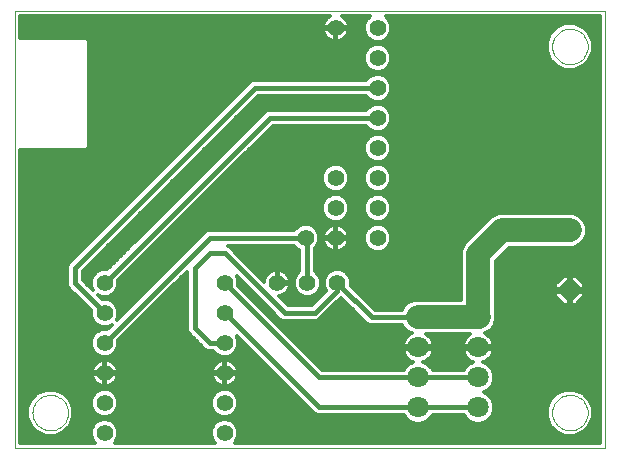
<source format=gtl>
G75*
%MOIN*%
%OFA0B0*%
%FSLAX24Y24*%
%IPPOS*%
%LPD*%
%AMOC8*
5,1,8,0,0,1.08239X$1,22.5*
%
%ADD10C,0.0000*%
%ADD11C,0.0555*%
%ADD12C,0.0712*%
%ADD13OC8,0.0640*%
%ADD14C,0.0120*%
%ADD15C,0.0160*%
%ADD16C,0.0787*%
D10*
X001200Y000160D02*
X001200Y014727D01*
X020885Y014727D01*
X020885Y000160D01*
X001200Y000160D01*
X001790Y001341D02*
X001792Y001389D01*
X001798Y001437D01*
X001808Y001484D01*
X001821Y001530D01*
X001839Y001575D01*
X001859Y001619D01*
X001884Y001661D01*
X001912Y001700D01*
X001942Y001737D01*
X001976Y001771D01*
X002013Y001803D01*
X002051Y001832D01*
X002092Y001857D01*
X002135Y001879D01*
X002180Y001897D01*
X002226Y001911D01*
X002273Y001922D01*
X002321Y001929D01*
X002369Y001932D01*
X002417Y001931D01*
X002465Y001926D01*
X002513Y001917D01*
X002559Y001905D01*
X002604Y001888D01*
X002648Y001868D01*
X002690Y001845D01*
X002730Y001818D01*
X002768Y001788D01*
X002803Y001755D01*
X002835Y001719D01*
X002865Y001681D01*
X002891Y001640D01*
X002913Y001597D01*
X002933Y001553D01*
X002948Y001508D01*
X002960Y001461D01*
X002968Y001413D01*
X002972Y001365D01*
X002972Y001317D01*
X002968Y001269D01*
X002960Y001221D01*
X002948Y001174D01*
X002933Y001129D01*
X002913Y001085D01*
X002891Y001042D01*
X002865Y001001D01*
X002835Y000963D01*
X002803Y000927D01*
X002768Y000894D01*
X002730Y000864D01*
X002690Y000837D01*
X002648Y000814D01*
X002604Y000794D01*
X002559Y000777D01*
X002513Y000765D01*
X002465Y000756D01*
X002417Y000751D01*
X002369Y000750D01*
X002321Y000753D01*
X002273Y000760D01*
X002226Y000771D01*
X002180Y000785D01*
X002135Y000803D01*
X002092Y000825D01*
X002051Y000850D01*
X002013Y000879D01*
X001976Y000911D01*
X001942Y000945D01*
X001912Y000982D01*
X001884Y001021D01*
X001859Y001063D01*
X001839Y001107D01*
X001821Y001152D01*
X001808Y001198D01*
X001798Y001245D01*
X001792Y001293D01*
X001790Y001341D01*
X019113Y001341D02*
X019115Y001389D01*
X019121Y001437D01*
X019131Y001484D01*
X019144Y001530D01*
X019162Y001575D01*
X019182Y001619D01*
X019207Y001661D01*
X019235Y001700D01*
X019265Y001737D01*
X019299Y001771D01*
X019336Y001803D01*
X019374Y001832D01*
X019415Y001857D01*
X019458Y001879D01*
X019503Y001897D01*
X019549Y001911D01*
X019596Y001922D01*
X019644Y001929D01*
X019692Y001932D01*
X019740Y001931D01*
X019788Y001926D01*
X019836Y001917D01*
X019882Y001905D01*
X019927Y001888D01*
X019971Y001868D01*
X020013Y001845D01*
X020053Y001818D01*
X020091Y001788D01*
X020126Y001755D01*
X020158Y001719D01*
X020188Y001681D01*
X020214Y001640D01*
X020236Y001597D01*
X020256Y001553D01*
X020271Y001508D01*
X020283Y001461D01*
X020291Y001413D01*
X020295Y001365D01*
X020295Y001317D01*
X020291Y001269D01*
X020283Y001221D01*
X020271Y001174D01*
X020256Y001129D01*
X020236Y001085D01*
X020214Y001042D01*
X020188Y001001D01*
X020158Y000963D01*
X020126Y000927D01*
X020091Y000894D01*
X020053Y000864D01*
X020013Y000837D01*
X019971Y000814D01*
X019927Y000794D01*
X019882Y000777D01*
X019836Y000765D01*
X019788Y000756D01*
X019740Y000751D01*
X019692Y000750D01*
X019644Y000753D01*
X019596Y000760D01*
X019549Y000771D01*
X019503Y000785D01*
X019458Y000803D01*
X019415Y000825D01*
X019374Y000850D01*
X019336Y000879D01*
X019299Y000911D01*
X019265Y000945D01*
X019235Y000982D01*
X019207Y001021D01*
X019182Y001063D01*
X019162Y001107D01*
X019144Y001152D01*
X019131Y001198D01*
X019121Y001245D01*
X019115Y001293D01*
X019113Y001341D01*
X019113Y013546D02*
X019115Y013594D01*
X019121Y013642D01*
X019131Y013689D01*
X019144Y013735D01*
X019162Y013780D01*
X019182Y013824D01*
X019207Y013866D01*
X019235Y013905D01*
X019265Y013942D01*
X019299Y013976D01*
X019336Y014008D01*
X019374Y014037D01*
X019415Y014062D01*
X019458Y014084D01*
X019503Y014102D01*
X019549Y014116D01*
X019596Y014127D01*
X019644Y014134D01*
X019692Y014137D01*
X019740Y014136D01*
X019788Y014131D01*
X019836Y014122D01*
X019882Y014110D01*
X019927Y014093D01*
X019971Y014073D01*
X020013Y014050D01*
X020053Y014023D01*
X020091Y013993D01*
X020126Y013960D01*
X020158Y013924D01*
X020188Y013886D01*
X020214Y013845D01*
X020236Y013802D01*
X020256Y013758D01*
X020271Y013713D01*
X020283Y013666D01*
X020291Y013618D01*
X020295Y013570D01*
X020295Y013522D01*
X020291Y013474D01*
X020283Y013426D01*
X020271Y013379D01*
X020256Y013334D01*
X020236Y013290D01*
X020214Y013247D01*
X020188Y013206D01*
X020158Y013168D01*
X020126Y013132D01*
X020091Y013099D01*
X020053Y013069D01*
X020013Y013042D01*
X019971Y013019D01*
X019927Y012999D01*
X019882Y012982D01*
X019836Y012970D01*
X019788Y012961D01*
X019740Y012956D01*
X019692Y012955D01*
X019644Y012958D01*
X019596Y012965D01*
X019549Y012976D01*
X019503Y012990D01*
X019458Y013008D01*
X019415Y013030D01*
X019374Y013055D01*
X019336Y013084D01*
X019299Y013116D01*
X019265Y013150D01*
X019235Y013187D01*
X019207Y013226D01*
X019182Y013268D01*
X019162Y013312D01*
X019144Y013357D01*
X019131Y013403D01*
X019121Y013450D01*
X019115Y013498D01*
X019113Y013546D01*
D11*
X013300Y013160D03*
X013300Y012160D03*
X013300Y011160D03*
X013300Y010160D03*
X013300Y009160D03*
X013300Y008160D03*
X013300Y007160D03*
X011900Y007160D03*
X010900Y007160D03*
X011900Y008160D03*
X011900Y009160D03*
X011950Y005660D03*
X010950Y005660D03*
X009950Y005660D03*
X008200Y005660D03*
X008200Y004660D03*
X008200Y003660D03*
X008200Y002660D03*
X008200Y001660D03*
X008200Y000660D03*
X004200Y000660D03*
X004200Y001660D03*
X004200Y002660D03*
X004200Y003660D03*
X004200Y004660D03*
X004200Y005660D03*
X011900Y014160D03*
X013300Y014160D03*
D12*
X014653Y004514D03*
X014653Y003514D03*
X014653Y002514D03*
X014653Y001514D03*
X016653Y001514D03*
X016653Y002514D03*
X016653Y003514D03*
X016653Y004514D03*
D13*
X019700Y005416D03*
X019700Y007416D03*
D14*
X020128Y007033D02*
X020705Y007033D01*
X020705Y006915D02*
X019989Y006915D01*
X020025Y006930D02*
X019814Y006842D01*
X017678Y006842D01*
X017226Y006391D01*
X017226Y004692D01*
X017246Y004644D01*
X017246Y004416D01*
X017159Y004205D01*
X016997Y004044D01*
X016991Y004041D01*
X016978Y004028D01*
X016870Y003983D01*
X016923Y003956D01*
X016989Y003908D01*
X017047Y003851D01*
X017094Y003785D01*
X017131Y003712D01*
X017156Y003635D01*
X017166Y003572D01*
X016711Y003572D01*
X016711Y003456D01*
X017166Y003456D01*
X017156Y003393D01*
X017131Y003316D01*
X017094Y003244D01*
X017047Y003178D01*
X016989Y003121D01*
X016923Y003073D01*
X016851Y003036D01*
X016819Y003026D01*
X016956Y002969D01*
X017107Y002818D01*
X017189Y002621D01*
X017189Y002408D01*
X017107Y002211D01*
X016956Y002060D01*
X016847Y002014D01*
X016956Y001969D01*
X017107Y001818D01*
X017189Y001621D01*
X017189Y001408D01*
X017107Y001211D01*
X016956Y001060D01*
X016759Y000978D01*
X016546Y000978D01*
X016349Y001060D01*
X016198Y001211D01*
X016180Y001254D01*
X015125Y001254D01*
X015107Y001211D01*
X014956Y001060D01*
X014759Y000978D01*
X014546Y000978D01*
X014349Y001060D01*
X014198Y001211D01*
X014180Y001254D01*
X011294Y001254D01*
X011198Y001294D01*
X011125Y001367D01*
X011125Y001367D01*
X008598Y003894D01*
X008657Y003751D01*
X008657Y003569D01*
X008588Y003401D01*
X008459Y003272D01*
X008291Y003203D01*
X008109Y003203D01*
X007941Y003272D01*
X007813Y003400D01*
X007648Y003400D01*
X007553Y003440D01*
X007053Y003940D01*
X006980Y004013D01*
X006940Y004108D01*
X006940Y006032D01*
X004657Y003750D01*
X004657Y003569D01*
X004588Y003401D01*
X004459Y003272D01*
X004291Y003203D01*
X004109Y003203D01*
X003941Y003272D01*
X003812Y003401D01*
X003743Y003569D01*
X003743Y003751D01*
X003812Y003919D01*
X003941Y004048D01*
X004109Y004117D01*
X004290Y004117D01*
X004434Y004262D01*
X004291Y004203D01*
X004109Y004203D01*
X003941Y004272D01*
X003812Y004401D01*
X003743Y004569D01*
X003743Y004750D01*
X003053Y005440D01*
X002980Y005513D01*
X002940Y005608D01*
X002940Y006212D01*
X002980Y006307D01*
X008980Y012307D01*
X009053Y012380D01*
X009148Y012420D01*
X012913Y012420D01*
X013041Y012548D01*
X013209Y012617D01*
X013391Y012617D01*
X013559Y012548D01*
X013688Y012419D01*
X013757Y012251D01*
X013757Y012069D01*
X013688Y011901D01*
X013559Y011772D01*
X013391Y011703D01*
X013209Y011703D01*
X013041Y011772D01*
X012913Y011900D01*
X009308Y011900D01*
X003460Y006052D01*
X003460Y005768D01*
X003802Y005426D01*
X003743Y005569D01*
X003743Y005751D01*
X003812Y005919D01*
X003941Y006048D01*
X004109Y006117D01*
X004290Y006117D01*
X009480Y011307D01*
X009553Y011380D01*
X009648Y011420D01*
X012913Y011420D01*
X013041Y011548D01*
X013209Y011617D01*
X013391Y011617D01*
X013559Y011548D01*
X013688Y011419D01*
X013757Y011251D01*
X013757Y011069D01*
X013688Y010901D01*
X013559Y010772D01*
X013391Y010703D01*
X013209Y010703D01*
X013041Y010772D01*
X012913Y010900D01*
X009808Y010900D01*
X004657Y005750D01*
X004657Y005569D01*
X004588Y005401D01*
X004459Y005272D01*
X004291Y005203D01*
X004109Y005203D01*
X003966Y005262D01*
X004110Y005117D01*
X004291Y005117D01*
X004459Y005048D01*
X004588Y004919D01*
X004657Y004751D01*
X004657Y004569D01*
X004598Y004426D01*
X007480Y007307D01*
X007553Y007380D01*
X007648Y007420D01*
X010513Y007420D01*
X010641Y007548D01*
X010809Y007617D01*
X010991Y007617D01*
X011159Y007548D01*
X011288Y007419D01*
X011357Y007251D01*
X011357Y007069D01*
X011288Y006901D01*
X011210Y006823D01*
X011210Y006047D01*
X011338Y005919D01*
X011407Y005751D01*
X011407Y005569D01*
X011338Y005401D01*
X011209Y005272D01*
X011041Y005203D01*
X010859Y005203D01*
X010691Y005272D01*
X010562Y005401D01*
X010493Y005569D01*
X010493Y005751D01*
X010562Y005919D01*
X010690Y006047D01*
X010690Y006752D01*
X010641Y006772D01*
X010513Y006900D01*
X008300Y006900D01*
X008347Y006880D01*
X009515Y005712D01*
X009523Y005762D01*
X009545Y005828D01*
X009576Y005889D01*
X009616Y005945D01*
X009665Y005994D01*
X009721Y006034D01*
X009782Y006065D01*
X009848Y006087D01*
X009916Y006097D01*
X009931Y006097D01*
X009931Y005679D01*
X009969Y005679D01*
X009969Y006097D01*
X009984Y006097D01*
X010052Y006087D01*
X010118Y006065D01*
X010179Y006034D01*
X010235Y005994D01*
X010284Y005945D01*
X010324Y005889D01*
X010355Y005828D01*
X010377Y005762D01*
X010387Y005694D01*
X010387Y005679D01*
X009969Y005679D01*
X009969Y005641D01*
X010387Y005641D01*
X010387Y005626D01*
X010377Y005558D01*
X010355Y005492D01*
X010324Y005431D01*
X010284Y005375D01*
X010235Y005326D01*
X010179Y005286D01*
X010118Y005255D01*
X010052Y005233D01*
X010002Y005225D01*
X010308Y004920D01*
X011092Y004920D01*
X011568Y005395D01*
X011562Y005401D01*
X011493Y005569D01*
X011493Y005751D01*
X011562Y005919D01*
X011691Y006048D01*
X011859Y006117D01*
X012041Y006117D01*
X012209Y006048D01*
X012338Y005919D01*
X012407Y005751D01*
X012407Y005570D01*
X013203Y004774D01*
X014105Y004774D01*
X014139Y004855D01*
X014300Y005016D01*
X014511Y005104D01*
X016079Y005104D01*
X016079Y006743D01*
X016166Y006953D01*
X016328Y007115D01*
X017115Y007902D01*
X017326Y007990D01*
X019814Y007990D01*
X020025Y007902D01*
X020186Y007741D01*
X020274Y007530D01*
X020274Y007302D01*
X020186Y007091D01*
X020025Y006930D01*
X020211Y007152D02*
X020705Y007152D01*
X020705Y007270D02*
X020261Y007270D01*
X020274Y007389D02*
X020705Y007389D01*
X020705Y007507D02*
X020274Y007507D01*
X020234Y007626D02*
X020705Y007626D01*
X020705Y007744D02*
X020183Y007744D01*
X020065Y007863D02*
X020705Y007863D01*
X020705Y007981D02*
X019835Y007981D01*
X020705Y008100D02*
X013757Y008100D01*
X013757Y008069D02*
X013688Y007901D01*
X013559Y007772D01*
X013391Y007703D01*
X013209Y007703D01*
X013041Y007772D01*
X012912Y007901D01*
X012843Y008069D01*
X012843Y008251D01*
X012912Y008419D01*
X013041Y008548D01*
X013209Y008617D01*
X013391Y008617D01*
X013559Y008548D01*
X013688Y008419D01*
X013757Y008251D01*
X013757Y008069D01*
X013721Y007981D02*
X017305Y007981D01*
X017075Y007863D02*
X013649Y007863D01*
X013491Y007744D02*
X016957Y007744D01*
X016838Y007626D02*
X006533Y007626D01*
X006652Y007744D02*
X011709Y007744D01*
X011641Y007772D02*
X011809Y007703D01*
X011991Y007703D01*
X012159Y007772D01*
X012288Y007901D01*
X012357Y008069D01*
X012357Y008251D01*
X012288Y008419D01*
X012159Y008548D01*
X011991Y008617D01*
X011809Y008617D01*
X011641Y008548D01*
X011512Y008419D01*
X011443Y008251D01*
X011443Y008069D01*
X011512Y007901D01*
X011641Y007772D01*
X011551Y007863D02*
X006770Y007863D01*
X006889Y007981D02*
X011479Y007981D01*
X011443Y008100D02*
X007007Y008100D01*
X007126Y008218D02*
X011443Y008218D01*
X011478Y008337D02*
X007244Y008337D01*
X007363Y008455D02*
X011548Y008455D01*
X011703Y008574D02*
X007481Y008574D01*
X007600Y008692D02*
X020705Y008692D01*
X020705Y008574D02*
X013497Y008574D01*
X013391Y008703D02*
X013559Y008772D01*
X013688Y008901D01*
X013757Y009069D01*
X013757Y009251D01*
X013688Y009419D01*
X013559Y009548D01*
X013391Y009617D01*
X013209Y009617D01*
X013041Y009548D01*
X012912Y009419D01*
X012843Y009251D01*
X012843Y009069D01*
X012912Y008901D01*
X013041Y008772D01*
X013209Y008703D01*
X013391Y008703D01*
X013597Y008811D02*
X020705Y008811D01*
X020705Y008929D02*
X013699Y008929D01*
X013749Y009048D02*
X020705Y009048D01*
X020705Y009166D02*
X013757Y009166D01*
X013744Y009285D02*
X020705Y009285D01*
X020705Y009403D02*
X013695Y009403D01*
X013585Y009522D02*
X020705Y009522D01*
X020705Y009640D02*
X008548Y009640D01*
X008666Y009759D02*
X013074Y009759D01*
X013041Y009772D02*
X013209Y009703D01*
X013391Y009703D01*
X013559Y009772D01*
X013688Y009901D01*
X013757Y010069D01*
X013757Y010251D01*
X013688Y010419D01*
X013559Y010548D01*
X013391Y010617D01*
X013209Y010617D01*
X013041Y010548D01*
X012912Y010419D01*
X012843Y010251D01*
X012843Y010069D01*
X012912Y009901D01*
X013041Y009772D01*
X012936Y009877D02*
X008785Y009877D01*
X008903Y009996D02*
X012873Y009996D01*
X012843Y010114D02*
X009022Y010114D01*
X009140Y010233D02*
X012843Y010233D01*
X012884Y010351D02*
X009259Y010351D01*
X009377Y010470D02*
X012963Y010470D01*
X013138Y010588D02*
X009496Y010588D01*
X009614Y010707D02*
X013199Y010707D01*
X013401Y010707D02*
X020705Y010707D01*
X020705Y010825D02*
X013612Y010825D01*
X013706Y010944D02*
X020705Y010944D01*
X020705Y011062D02*
X013755Y011062D01*
X013757Y011181D02*
X020705Y011181D01*
X020705Y011299D02*
X013738Y011299D01*
X013689Y011418D02*
X020705Y011418D01*
X020705Y011536D02*
X013571Y011536D01*
X013560Y011773D02*
X020705Y011773D01*
X020705Y011655D02*
X009062Y011655D01*
X009181Y011773D02*
X013040Y011773D01*
X012921Y011892D02*
X009299Y011892D01*
X008944Y011536D02*
X013029Y011536D01*
X013678Y011892D02*
X020705Y011892D01*
X020705Y012010D02*
X013733Y012010D01*
X013757Y012129D02*
X020705Y012129D01*
X020705Y012247D02*
X013757Y012247D01*
X013710Y012366D02*
X020705Y012366D01*
X020705Y012484D02*
X013623Y012484D01*
X013427Y012603D02*
X020705Y012603D01*
X020705Y012721D02*
X013436Y012721D01*
X013391Y012703D02*
X013559Y012772D01*
X013688Y012901D01*
X013757Y013069D01*
X013757Y013251D01*
X013688Y013419D01*
X013559Y013548D01*
X013391Y013617D01*
X013209Y013617D01*
X013041Y013548D01*
X012912Y013419D01*
X012843Y013251D01*
X012843Y013069D01*
X012912Y012901D01*
X013041Y012772D01*
X013209Y012703D01*
X013391Y012703D01*
X013164Y012721D02*
X003680Y012721D01*
X003680Y012603D02*
X013173Y012603D01*
X012977Y012484D02*
X003680Y012484D01*
X003680Y012366D02*
X009038Y012366D01*
X008919Y012247D02*
X003680Y012247D01*
X003680Y012129D02*
X008801Y012129D01*
X008682Y012010D02*
X003680Y012010D01*
X003680Y011892D02*
X008564Y011892D01*
X008445Y011773D02*
X003680Y011773D01*
X003680Y011655D02*
X008327Y011655D01*
X008208Y011536D02*
X003680Y011536D01*
X003680Y011418D02*
X008090Y011418D01*
X007971Y011299D02*
X003680Y011299D01*
X003680Y011181D02*
X007853Y011181D01*
X007734Y011062D02*
X003680Y011062D01*
X003680Y010944D02*
X007616Y010944D01*
X007497Y010825D02*
X003680Y010825D01*
X003680Y010707D02*
X007379Y010707D01*
X007260Y010588D02*
X003680Y010588D01*
X003680Y010470D02*
X007142Y010470D01*
X007023Y010351D02*
X003680Y010351D01*
X003680Y010233D02*
X006905Y010233D01*
X006786Y010114D02*
X003609Y010114D01*
X003575Y010080D02*
X003680Y010185D01*
X003680Y013735D01*
X003575Y013840D01*
X001380Y013840D01*
X001380Y014547D01*
X011696Y014547D01*
X011671Y014534D01*
X011615Y014494D01*
X011566Y014445D01*
X011526Y014389D01*
X011495Y014328D01*
X011473Y014262D01*
X001380Y014262D01*
X001380Y014380D02*
X011521Y014380D01*
X011473Y014262D02*
X011463Y014194D01*
X011463Y014179D01*
X011881Y014179D01*
X011881Y014141D01*
X011463Y014141D01*
X011463Y014126D01*
X011473Y014058D01*
X011495Y013992D01*
X011526Y013931D01*
X011566Y013875D01*
X011615Y013826D01*
X011671Y013786D01*
X011732Y013755D01*
X011798Y013733D01*
X011866Y013723D01*
X011881Y013723D01*
X011881Y014141D01*
X011919Y014141D01*
X011919Y014179D01*
X012337Y014179D01*
X012337Y014194D01*
X012327Y014262D01*
X012847Y014262D01*
X012843Y014251D02*
X012843Y014069D01*
X012912Y013901D01*
X013041Y013772D01*
X013209Y013703D01*
X013391Y013703D01*
X013559Y013772D01*
X013688Y013901D01*
X013757Y014069D01*
X013757Y014251D01*
X013688Y014419D01*
X013560Y014547D01*
X020705Y014547D01*
X020705Y000340D01*
X008527Y000340D01*
X008588Y000401D01*
X008657Y000569D01*
X008657Y000751D01*
X008588Y000919D01*
X008459Y001048D01*
X008291Y001117D01*
X008109Y001117D01*
X007941Y001048D01*
X007812Y000919D01*
X007743Y000751D01*
X007743Y000569D01*
X007812Y000401D01*
X007873Y000340D01*
X004527Y000340D01*
X004588Y000401D01*
X004657Y000569D01*
X004657Y000751D01*
X004588Y000919D01*
X004459Y001048D01*
X004291Y001117D01*
X004109Y001117D01*
X003941Y001048D01*
X003812Y000919D01*
X003743Y000751D01*
X003743Y000569D01*
X003812Y000401D01*
X003873Y000340D01*
X001380Y000340D01*
X001380Y010080D01*
X003575Y010080D01*
X005364Y008692D02*
X001380Y008692D01*
X001380Y008574D02*
X005246Y008574D01*
X005127Y008455D02*
X001380Y008455D01*
X001380Y008337D02*
X005009Y008337D01*
X004890Y008218D02*
X001380Y008218D01*
X001380Y008100D02*
X004772Y008100D01*
X004653Y007981D02*
X001380Y007981D01*
X001380Y007863D02*
X004535Y007863D01*
X004416Y007744D02*
X001380Y007744D01*
X001380Y007626D02*
X004298Y007626D01*
X004179Y007507D02*
X001380Y007507D01*
X001380Y007389D02*
X004061Y007389D01*
X003942Y007270D02*
X001380Y007270D01*
X001380Y007152D02*
X003824Y007152D01*
X003705Y007033D02*
X001380Y007033D01*
X001380Y006915D02*
X003587Y006915D01*
X003468Y006796D02*
X001380Y006796D01*
X001380Y006678D02*
X003350Y006678D01*
X003231Y006559D02*
X001380Y006559D01*
X001380Y006441D02*
X003113Y006441D01*
X002994Y006322D02*
X001380Y006322D01*
X001380Y006204D02*
X002940Y006204D01*
X002940Y006085D02*
X001380Y006085D01*
X001380Y005967D02*
X002940Y005967D01*
X002940Y005848D02*
X001380Y005848D01*
X001380Y005730D02*
X002940Y005730D01*
X002940Y005611D02*
X001380Y005611D01*
X001380Y005493D02*
X003000Y005493D01*
X003118Y005374D02*
X001380Y005374D01*
X001380Y005256D02*
X003237Y005256D01*
X003355Y005137D02*
X001380Y005137D01*
X001380Y005019D02*
X003474Y005019D01*
X003592Y004900D02*
X001380Y004900D01*
X001380Y004782D02*
X003711Y004782D01*
X003743Y004663D02*
X001380Y004663D01*
X001380Y004545D02*
X003753Y004545D01*
X003802Y004426D02*
X001380Y004426D01*
X001380Y004308D02*
X003906Y004308D01*
X003996Y004071D02*
X001380Y004071D01*
X001380Y004189D02*
X004361Y004189D01*
X004598Y004426D02*
X004598Y004426D01*
X004647Y004545D02*
X004717Y004545D01*
X004657Y004663D02*
X004835Y004663D01*
X004954Y004782D02*
X004645Y004782D01*
X004596Y004900D02*
X005072Y004900D01*
X005191Y005019D02*
X004488Y005019D01*
X004419Y005256D02*
X005428Y005256D01*
X005546Y005374D02*
X004561Y005374D01*
X004626Y005493D02*
X005665Y005493D01*
X005783Y005611D02*
X004657Y005611D01*
X004657Y005730D02*
X005902Y005730D01*
X006020Y005848D02*
X004756Y005848D01*
X004874Y005967D02*
X006139Y005967D01*
X006257Y006085D02*
X004993Y006085D01*
X005111Y006204D02*
X006376Y006204D01*
X006494Y006322D02*
X005230Y006322D01*
X005348Y006441D02*
X006613Y006441D01*
X006731Y006559D02*
X005467Y006559D01*
X005585Y006678D02*
X006850Y006678D01*
X006968Y006796D02*
X005704Y006796D01*
X005822Y006915D02*
X007087Y006915D01*
X007205Y007033D02*
X005941Y007033D01*
X006059Y007152D02*
X007324Y007152D01*
X007442Y007270D02*
X006178Y007270D01*
X006296Y007389D02*
X007572Y007389D01*
X008432Y006796D02*
X010617Y006796D01*
X010690Y006678D02*
X008550Y006678D01*
X008669Y006559D02*
X010690Y006559D01*
X010690Y006441D02*
X008787Y006441D01*
X008906Y006322D02*
X010690Y006322D01*
X010690Y006204D02*
X009024Y006204D01*
X009143Y006085D02*
X009842Y006085D01*
X009931Y006085D02*
X009969Y006085D01*
X010058Y006085D02*
X010690Y006085D01*
X010610Y005967D02*
X010262Y005967D01*
X010345Y005848D02*
X010533Y005848D01*
X010493Y005730D02*
X010382Y005730D01*
X010385Y005611D02*
X010493Y005611D01*
X010524Y005493D02*
X010356Y005493D01*
X010283Y005374D02*
X010589Y005374D01*
X010731Y005256D02*
X010120Y005256D01*
X010091Y005137D02*
X011309Y005137D01*
X011191Y005019D02*
X010209Y005019D01*
X009829Y004663D02*
X009565Y004663D01*
X009683Y004545D02*
X009948Y004545D01*
X010053Y004440D02*
X010148Y004400D01*
X011252Y004400D01*
X011347Y004440D01*
X011420Y004513D01*
X012075Y005167D01*
X012948Y004294D01*
X013044Y004254D01*
X014118Y004254D01*
X014139Y004205D01*
X014300Y004044D01*
X014441Y003986D01*
X014382Y003956D01*
X014316Y003908D01*
X014259Y003851D01*
X014211Y003785D01*
X014174Y003712D01*
X014149Y003635D01*
X014139Y003572D01*
X014595Y003572D01*
X014595Y003456D01*
X014139Y003456D01*
X014149Y003393D01*
X014174Y003316D01*
X014211Y003244D01*
X014259Y003178D01*
X014316Y003121D01*
X014382Y003073D01*
X014455Y003036D01*
X014486Y003026D01*
X014349Y002969D01*
X014198Y002818D01*
X014180Y002774D01*
X011453Y002774D01*
X008657Y005570D01*
X008657Y005751D01*
X008598Y005894D01*
X010053Y004440D01*
X010085Y004426D02*
X009802Y004426D01*
X009920Y004308D02*
X012935Y004308D01*
X012816Y004426D02*
X011315Y004426D01*
X011452Y004545D02*
X012698Y004545D01*
X012579Y004663D02*
X011571Y004663D01*
X011689Y004782D02*
X012461Y004782D01*
X012342Y004900D02*
X011808Y004900D01*
X011926Y005019D02*
X012224Y005019D01*
X012105Y005137D02*
X012045Y005137D01*
X012485Y005493D02*
X016079Y005493D01*
X016079Y005611D02*
X012407Y005611D01*
X012407Y005730D02*
X016079Y005730D01*
X016079Y005848D02*
X012367Y005848D01*
X012290Y005967D02*
X016079Y005967D01*
X016079Y006085D02*
X012119Y006085D01*
X011781Y006085D02*
X011210Y006085D01*
X011210Y006204D02*
X016079Y006204D01*
X016079Y006322D02*
X011210Y006322D01*
X011210Y006441D02*
X016079Y006441D01*
X016079Y006559D02*
X011210Y006559D01*
X011210Y006678D02*
X016079Y006678D01*
X016101Y006796D02*
X013583Y006796D01*
X013559Y006772D02*
X013688Y006901D01*
X013757Y007069D01*
X013757Y007251D01*
X013688Y007419D01*
X013559Y007548D01*
X013391Y007617D01*
X013209Y007617D01*
X013041Y007548D01*
X012912Y007419D01*
X012843Y007251D01*
X012843Y007069D01*
X012912Y006901D01*
X013041Y006772D01*
X013209Y006703D01*
X013391Y006703D01*
X013559Y006772D01*
X013693Y006915D02*
X016150Y006915D01*
X016246Y007033D02*
X013743Y007033D01*
X013757Y007152D02*
X016364Y007152D01*
X016483Y007270D02*
X013750Y007270D01*
X013701Y007389D02*
X016601Y007389D01*
X016720Y007507D02*
X013600Y007507D01*
X013109Y007744D02*
X012091Y007744D01*
X012002Y007587D02*
X011934Y007597D01*
X011919Y007597D01*
X011919Y007179D01*
X012337Y007179D01*
X012337Y007194D01*
X012327Y007262D01*
X012305Y007328D01*
X012274Y007389D01*
X012234Y007445D01*
X012185Y007494D01*
X012129Y007534D01*
X012068Y007565D01*
X012002Y007587D01*
X011919Y007507D02*
X011881Y007507D01*
X011881Y007597D02*
X011866Y007597D01*
X011798Y007587D01*
X011732Y007565D01*
X011671Y007534D01*
X011615Y007494D01*
X011566Y007445D01*
X011526Y007389D01*
X011495Y007328D01*
X011473Y007262D01*
X011463Y007194D01*
X011463Y007179D01*
X011881Y007179D01*
X011881Y007597D01*
X011633Y007507D02*
X011200Y007507D01*
X011301Y007389D02*
X011525Y007389D01*
X011476Y007270D02*
X011350Y007270D01*
X011357Y007152D02*
X011881Y007152D01*
X011881Y007141D02*
X011881Y007179D01*
X011919Y007179D01*
X011919Y007141D01*
X012337Y007141D01*
X012337Y007126D01*
X012327Y007058D01*
X012305Y006992D01*
X012274Y006931D01*
X012234Y006875D01*
X012185Y006826D01*
X012129Y006786D01*
X012068Y006755D01*
X012002Y006733D01*
X011934Y006723D01*
X011919Y006723D01*
X011919Y007141D01*
X011881Y007141D01*
X011881Y006723D01*
X011866Y006723D01*
X011798Y006733D01*
X011732Y006755D01*
X011671Y006786D01*
X011615Y006826D01*
X011566Y006875D01*
X011526Y006931D01*
X011495Y006992D01*
X011473Y007058D01*
X011463Y007126D01*
X011463Y007141D01*
X011881Y007141D01*
X011919Y007152D02*
X012843Y007152D01*
X012850Y007270D02*
X012324Y007270D01*
X012275Y007389D02*
X012899Y007389D01*
X013000Y007507D02*
X012167Y007507D01*
X011919Y007389D02*
X011881Y007389D01*
X011881Y007270D02*
X011919Y007270D01*
X011919Y007033D02*
X011881Y007033D01*
X011881Y006915D02*
X011919Y006915D01*
X011919Y006796D02*
X011881Y006796D01*
X011657Y006796D02*
X011210Y006796D01*
X011293Y006915D02*
X011538Y006915D01*
X011481Y007033D02*
X011343Y007033D01*
X010600Y007507D02*
X006415Y007507D01*
X006035Y007863D02*
X005270Y007863D01*
X005389Y007981D02*
X006153Y007981D01*
X006272Y008100D02*
X005507Y008100D01*
X005626Y008218D02*
X006390Y008218D01*
X006509Y008337D02*
X005744Y008337D01*
X005863Y008455D02*
X006627Y008455D01*
X006746Y008574D02*
X005981Y008574D01*
X006100Y008692D02*
X006864Y008692D01*
X006983Y008811D02*
X006218Y008811D01*
X006337Y008929D02*
X007101Y008929D01*
X007220Y009048D02*
X006455Y009048D01*
X006574Y009166D02*
X007338Y009166D01*
X007457Y009285D02*
X006692Y009285D01*
X006811Y009403D02*
X007575Y009403D01*
X007694Y009522D02*
X006929Y009522D01*
X007048Y009640D02*
X007812Y009640D01*
X007931Y009759D02*
X007166Y009759D01*
X007285Y009877D02*
X008049Y009877D01*
X008168Y009996D02*
X007403Y009996D01*
X007522Y010114D02*
X008286Y010114D01*
X008405Y010233D02*
X007640Y010233D01*
X007759Y010351D02*
X008523Y010351D01*
X008642Y010470D02*
X007877Y010470D01*
X007996Y010588D02*
X008760Y010588D01*
X008879Y010707D02*
X008114Y010707D01*
X008233Y010825D02*
X008997Y010825D01*
X009116Y010944D02*
X008351Y010944D01*
X008470Y011062D02*
X009234Y011062D01*
X009353Y011181D02*
X008588Y011181D01*
X008707Y011299D02*
X009471Y011299D01*
X009642Y011418D02*
X008825Y011418D01*
X009733Y010825D02*
X012988Y010825D01*
X013462Y010588D02*
X020705Y010588D01*
X020705Y010470D02*
X013637Y010470D01*
X013716Y010351D02*
X020705Y010351D01*
X020705Y010233D02*
X013757Y010233D01*
X013757Y010114D02*
X020705Y010114D01*
X020705Y009996D02*
X013727Y009996D01*
X013664Y009877D02*
X020705Y009877D01*
X020705Y009759D02*
X013526Y009759D01*
X013015Y009522D02*
X012185Y009522D01*
X012159Y009548D02*
X011991Y009617D01*
X011809Y009617D01*
X011641Y009548D01*
X011512Y009419D01*
X011443Y009251D01*
X011443Y009069D01*
X011512Y008901D01*
X011641Y008772D01*
X011809Y008703D01*
X011991Y008703D01*
X012159Y008772D01*
X012288Y008901D01*
X012357Y009069D01*
X012357Y009251D01*
X012288Y009419D01*
X012159Y009548D01*
X012295Y009403D02*
X012905Y009403D01*
X012856Y009285D02*
X012344Y009285D01*
X012357Y009166D02*
X012843Y009166D01*
X012851Y009048D02*
X012349Y009048D01*
X012299Y008929D02*
X012901Y008929D01*
X013003Y008811D02*
X012197Y008811D01*
X012097Y008574D02*
X013103Y008574D01*
X012948Y008455D02*
X012252Y008455D01*
X012322Y008337D02*
X012878Y008337D01*
X012843Y008218D02*
X012357Y008218D01*
X012357Y008100D02*
X012843Y008100D01*
X012879Y007981D02*
X012321Y007981D01*
X012249Y007863D02*
X012951Y007863D01*
X013757Y008218D02*
X020705Y008218D01*
X020705Y008337D02*
X013722Y008337D01*
X013652Y008455D02*
X020705Y008455D01*
X020705Y006796D02*
X017632Y006796D01*
X017513Y006678D02*
X020705Y006678D01*
X020705Y006559D02*
X017395Y006559D01*
X017276Y006441D02*
X020705Y006441D01*
X020705Y006322D02*
X017226Y006322D01*
X017226Y006204D02*
X020705Y006204D01*
X020705Y006085D02*
X017226Y006085D01*
X017226Y005967D02*
X020705Y005967D01*
X020705Y005848D02*
X019947Y005848D01*
X019899Y005896D02*
X019740Y005896D01*
X019740Y005456D01*
X019660Y005456D01*
X019660Y005896D01*
X019501Y005896D01*
X019220Y005615D01*
X019220Y005456D01*
X019660Y005456D01*
X019660Y005376D01*
X019220Y005376D01*
X019220Y005217D01*
X019501Y004936D01*
X019660Y004936D01*
X019660Y005376D01*
X019740Y005376D01*
X019740Y005456D01*
X020180Y005456D01*
X020180Y005615D01*
X019899Y005896D01*
X019740Y005848D02*
X019660Y005848D01*
X019660Y005730D02*
X019740Y005730D01*
X019740Y005611D02*
X019660Y005611D01*
X019660Y005493D02*
X019740Y005493D01*
X019740Y005376D02*
X020180Y005376D01*
X020180Y005217D01*
X019899Y004936D01*
X019740Y004936D01*
X019740Y005376D01*
X019740Y005374D02*
X019660Y005374D01*
X019660Y005256D02*
X019740Y005256D01*
X019740Y005137D02*
X019660Y005137D01*
X019660Y005019D02*
X019740Y005019D01*
X019981Y005019D02*
X020705Y005019D01*
X020705Y005137D02*
X020100Y005137D01*
X020180Y005256D02*
X020705Y005256D01*
X020705Y005374D02*
X020180Y005374D01*
X020180Y005493D02*
X020705Y005493D01*
X020705Y005611D02*
X020180Y005611D01*
X020065Y005730D02*
X020705Y005730D01*
X020705Y004900D02*
X017226Y004900D01*
X017226Y004782D02*
X020705Y004782D01*
X020705Y004663D02*
X017238Y004663D01*
X017246Y004545D02*
X020705Y004545D01*
X020705Y004426D02*
X017246Y004426D01*
X017201Y004308D02*
X020705Y004308D01*
X020705Y004189D02*
X017143Y004189D01*
X017024Y004071D02*
X020705Y004071D01*
X020705Y003952D02*
X016929Y003952D01*
X017059Y003834D02*
X020705Y003834D01*
X020705Y003715D02*
X017130Y003715D01*
X017162Y003597D02*
X020705Y003597D01*
X020705Y003478D02*
X016711Y003478D01*
X016595Y003478D02*
X014711Y003478D01*
X014711Y003456D02*
X014711Y003572D01*
X015166Y003572D01*
X015156Y003635D01*
X015131Y003712D01*
X015094Y003785D01*
X015047Y003851D01*
X014989Y003908D01*
X014923Y003956D01*
X014922Y003956D01*
X016383Y003956D01*
X016382Y003956D01*
X016316Y003908D01*
X016259Y003851D01*
X016211Y003785D01*
X016174Y003712D01*
X016149Y003635D01*
X016139Y003572D01*
X016595Y003572D01*
X016595Y003456D01*
X016139Y003456D01*
X016149Y003393D01*
X016174Y003316D01*
X016211Y003244D01*
X016259Y003178D01*
X016316Y003121D01*
X016382Y003073D01*
X016455Y003036D01*
X016486Y003026D01*
X016349Y002969D01*
X016198Y002818D01*
X016180Y002774D01*
X015125Y002774D01*
X015107Y002818D01*
X014956Y002969D01*
X014819Y003026D01*
X014851Y003036D01*
X014923Y003073D01*
X014989Y003121D01*
X015047Y003178D01*
X015094Y003244D01*
X015131Y003316D01*
X015156Y003393D01*
X015166Y003456D01*
X014711Y003456D01*
X014595Y003478D02*
X010750Y003478D01*
X010868Y003360D02*
X014160Y003360D01*
X014213Y003241D02*
X010987Y003241D01*
X011105Y003123D02*
X014315Y003123D01*
X014434Y003004D02*
X011224Y003004D01*
X011342Y002886D02*
X014266Y002886D01*
X014872Y003004D02*
X016434Y003004D01*
X016315Y003123D02*
X014991Y003123D01*
X015092Y003241D02*
X016213Y003241D01*
X016160Y003360D02*
X015145Y003360D01*
X015162Y003597D02*
X016143Y003597D01*
X016176Y003715D02*
X015130Y003715D01*
X015059Y003834D02*
X016247Y003834D01*
X016377Y003952D02*
X014929Y003952D01*
X014377Y003952D02*
X010276Y003952D01*
X010394Y003834D02*
X014247Y003834D01*
X014176Y003715D02*
X010513Y003715D01*
X010631Y003597D02*
X014143Y003597D01*
X014273Y004071D02*
X010157Y004071D01*
X010039Y004189D02*
X014155Y004189D01*
X014108Y004782D02*
X013196Y004782D01*
X013078Y004900D02*
X014184Y004900D01*
X014305Y005019D02*
X012959Y005019D01*
X012841Y005137D02*
X016079Y005137D01*
X016079Y005256D02*
X012722Y005256D01*
X012604Y005374D02*
X016079Y005374D01*
X017226Y005374D02*
X019220Y005374D01*
X019220Y005256D02*
X017226Y005256D01*
X017226Y005137D02*
X019300Y005137D01*
X019419Y005019D02*
X017226Y005019D01*
X017226Y005493D02*
X019220Y005493D01*
X019220Y005611D02*
X017226Y005611D01*
X017226Y005730D02*
X019335Y005730D01*
X019453Y005848D02*
X017226Y005848D01*
X017145Y003360D02*
X020705Y003360D01*
X020705Y003241D02*
X017092Y003241D01*
X016991Y003123D02*
X020705Y003123D01*
X020705Y003004D02*
X016872Y003004D01*
X017040Y002886D02*
X020705Y002886D01*
X020705Y002767D02*
X017128Y002767D01*
X017178Y002649D02*
X020705Y002649D01*
X020705Y002530D02*
X017189Y002530D01*
X017189Y002412D02*
X020705Y002412D01*
X020705Y002293D02*
X017141Y002293D01*
X017071Y002175D02*
X020705Y002175D01*
X020705Y002056D02*
X019992Y002056D01*
X019857Y002112D02*
X019551Y002112D01*
X019267Y001994D01*
X019051Y001778D01*
X018933Y001494D01*
X018933Y001188D01*
X019051Y000905D01*
X019267Y000688D01*
X019551Y000571D01*
X019857Y000571D01*
X020140Y000688D01*
X020357Y000905D01*
X020474Y001188D01*
X020474Y001494D01*
X020357Y001778D01*
X020140Y001994D01*
X019857Y002112D01*
X020197Y001938D02*
X020705Y001938D01*
X020705Y001819D02*
X020316Y001819D01*
X020389Y001701D02*
X020705Y001701D01*
X020705Y001582D02*
X020438Y001582D01*
X020474Y001464D02*
X020705Y001464D01*
X020705Y001345D02*
X020474Y001345D01*
X020474Y001227D02*
X020705Y001227D01*
X020705Y001108D02*
X020441Y001108D01*
X020392Y000990D02*
X020705Y000990D01*
X020705Y000871D02*
X020324Y000871D01*
X020205Y000753D02*
X020705Y000753D01*
X020705Y000634D02*
X020010Y000634D01*
X019397Y000634D02*
X008657Y000634D01*
X008657Y000753D02*
X019203Y000753D01*
X019084Y000871D02*
X008608Y000871D01*
X008517Y000990D02*
X014519Y000990D01*
X014301Y001108D02*
X008314Y001108D01*
X008291Y001203D02*
X008109Y001203D01*
X007941Y001272D01*
X007812Y001401D01*
X007743Y001569D01*
X007743Y001751D01*
X007812Y001919D01*
X007941Y002048D01*
X008109Y002117D01*
X008291Y002117D01*
X008459Y002048D01*
X008588Y001919D01*
X008657Y001751D01*
X008657Y001569D01*
X008588Y001401D01*
X008459Y001272D01*
X008291Y001203D01*
X008349Y001227D02*
X014192Y001227D01*
X014787Y000990D02*
X016519Y000990D01*
X016301Y001108D02*
X015005Y001108D01*
X015114Y001227D02*
X016192Y001227D01*
X016787Y000990D02*
X019016Y000990D01*
X018966Y001108D02*
X017005Y001108D01*
X017114Y001227D02*
X018933Y001227D01*
X018933Y001345D02*
X017163Y001345D01*
X017189Y001464D02*
X018933Y001464D01*
X018970Y001582D02*
X017189Y001582D01*
X017156Y001701D02*
X019019Y001701D01*
X019092Y001819D02*
X017106Y001819D01*
X016988Y001938D02*
X019211Y001938D01*
X019416Y002056D02*
X016947Y002056D01*
X016266Y002886D02*
X015040Y002886D01*
X011546Y005374D02*
X011311Y005374D01*
X011376Y005493D02*
X011524Y005493D01*
X011493Y005611D02*
X011407Y005611D01*
X011407Y005730D02*
X011493Y005730D01*
X011533Y005848D02*
X011367Y005848D01*
X011290Y005967D02*
X011610Y005967D01*
X011428Y005256D02*
X011169Y005256D01*
X009969Y005730D02*
X009931Y005730D01*
X009931Y005848D02*
X009969Y005848D01*
X009969Y005967D02*
X009931Y005967D01*
X009638Y005967D02*
X009261Y005967D01*
X009380Y005848D02*
X009555Y005848D01*
X009518Y005730D02*
X009498Y005730D01*
X009118Y005374D02*
X008854Y005374D01*
X008972Y005256D02*
X009237Y005256D01*
X009355Y005137D02*
X009091Y005137D01*
X009209Y005019D02*
X009474Y005019D01*
X009592Y004900D02*
X009328Y004900D01*
X009446Y004782D02*
X009711Y004782D01*
X009000Y005493D02*
X008735Y005493D01*
X008657Y005611D02*
X008881Y005611D01*
X008763Y005730D02*
X008657Y005730D01*
X008644Y005848D02*
X008617Y005848D01*
X006940Y005848D02*
X006756Y005848D01*
X006874Y005967D02*
X006940Y005967D01*
X006940Y005730D02*
X006637Y005730D01*
X006519Y005611D02*
X006940Y005611D01*
X006940Y005493D02*
X006400Y005493D01*
X006282Y005374D02*
X006940Y005374D01*
X006940Y005256D02*
X006163Y005256D01*
X006045Y005137D02*
X006940Y005137D01*
X006940Y005019D02*
X005926Y005019D01*
X005808Y004900D02*
X006940Y004900D01*
X006940Y004782D02*
X005689Y004782D01*
X005571Y004663D02*
X006940Y004663D01*
X006940Y004545D02*
X005452Y004545D01*
X005334Y004426D02*
X006940Y004426D01*
X006940Y004308D02*
X005215Y004308D01*
X005097Y004189D02*
X006940Y004189D01*
X006956Y004071D02*
X004978Y004071D01*
X004860Y003952D02*
X007040Y003952D01*
X007159Y003834D02*
X004741Y003834D01*
X004657Y003715D02*
X007277Y003715D01*
X007396Y003597D02*
X004657Y003597D01*
X004620Y003478D02*
X007514Y003478D01*
X007854Y003360D02*
X004546Y003360D01*
X004384Y003241D02*
X008016Y003241D01*
X008098Y003087D02*
X008032Y003065D01*
X007971Y003034D01*
X007915Y002994D01*
X007866Y002945D01*
X007826Y002889D01*
X007795Y002828D01*
X007773Y002762D01*
X007763Y002694D01*
X007763Y002679D01*
X008181Y002679D01*
X008181Y003097D01*
X008166Y003097D01*
X008098Y003087D01*
X008181Y003004D02*
X008219Y003004D01*
X008219Y003097D02*
X008219Y002679D01*
X008181Y002679D01*
X008181Y002641D01*
X007763Y002641D01*
X007763Y002626D01*
X007773Y002558D01*
X007795Y002492D01*
X007826Y002431D01*
X007866Y002375D01*
X007915Y002326D01*
X007971Y002286D01*
X008032Y002255D01*
X008098Y002233D01*
X008166Y002223D01*
X008181Y002223D01*
X008181Y002641D01*
X008219Y002641D01*
X008219Y002679D01*
X008637Y002679D01*
X008637Y002694D01*
X008627Y002762D01*
X008605Y002828D01*
X008574Y002889D01*
X008534Y002945D01*
X008485Y002994D01*
X008429Y003034D01*
X008368Y003065D01*
X008302Y003087D01*
X008234Y003097D01*
X008219Y003097D01*
X008219Y002886D02*
X008181Y002886D01*
X008181Y002767D02*
X008219Y002767D01*
X008219Y002649D02*
X009844Y002649D01*
X009725Y002767D02*
X008625Y002767D01*
X008637Y002641D02*
X008219Y002641D01*
X008219Y002223D01*
X008234Y002223D01*
X008302Y002233D01*
X008368Y002255D01*
X008429Y002286D01*
X008485Y002326D01*
X008534Y002375D01*
X008574Y002431D01*
X008605Y002492D01*
X008627Y002558D01*
X008637Y002626D01*
X008637Y002641D01*
X008618Y002530D02*
X009962Y002530D01*
X010081Y002412D02*
X008560Y002412D01*
X008439Y002293D02*
X010199Y002293D01*
X010318Y002175D02*
X001380Y002175D01*
X001380Y002293D02*
X003961Y002293D01*
X003971Y002286D02*
X004032Y002255D01*
X004098Y002233D01*
X004166Y002223D01*
X004181Y002223D01*
X004181Y002641D01*
X003763Y002641D01*
X003763Y002626D01*
X003773Y002558D01*
X003795Y002492D01*
X003826Y002431D01*
X003866Y002375D01*
X003915Y002326D01*
X003971Y002286D01*
X003840Y002412D02*
X001380Y002412D01*
X001380Y002530D02*
X003782Y002530D01*
X003763Y002679D02*
X004181Y002679D01*
X004181Y003097D01*
X004166Y003097D01*
X004098Y003087D01*
X004032Y003065D01*
X003971Y003034D01*
X003915Y002994D01*
X003866Y002945D01*
X003826Y002889D01*
X003795Y002828D01*
X003773Y002762D01*
X003763Y002694D01*
X003763Y002679D01*
X003775Y002767D02*
X001380Y002767D01*
X001380Y002649D02*
X004181Y002649D01*
X004181Y002641D02*
X004181Y002679D01*
X004219Y002679D01*
X004219Y003097D01*
X004234Y003097D01*
X004302Y003087D01*
X004368Y003065D01*
X004429Y003034D01*
X004485Y002994D01*
X004534Y002945D01*
X004574Y002889D01*
X004605Y002828D01*
X004627Y002762D01*
X004637Y002694D01*
X004637Y002679D01*
X004219Y002679D01*
X004219Y002641D01*
X004637Y002641D01*
X004637Y002626D01*
X004627Y002558D01*
X004605Y002492D01*
X004574Y002431D01*
X004534Y002375D01*
X004485Y002326D01*
X004429Y002286D01*
X004368Y002255D01*
X004302Y002233D01*
X004234Y002223D01*
X004219Y002223D01*
X004219Y002641D01*
X004181Y002641D01*
X004219Y002649D02*
X008181Y002649D01*
X008181Y002530D02*
X008219Y002530D01*
X008219Y002412D02*
X008181Y002412D01*
X008181Y002293D02*
X008219Y002293D01*
X007961Y002293D02*
X004439Y002293D01*
X004560Y002412D02*
X007840Y002412D01*
X007782Y002530D02*
X004618Y002530D01*
X004219Y002530D02*
X004181Y002530D01*
X004181Y002412D02*
X004219Y002412D01*
X004219Y002293D02*
X004181Y002293D01*
X004109Y002117D02*
X003941Y002048D01*
X003812Y001919D01*
X003743Y001751D01*
X003743Y001569D01*
X003812Y001401D01*
X003941Y001272D01*
X004109Y001203D01*
X004291Y001203D01*
X004459Y001272D01*
X004588Y001401D01*
X004657Y001569D01*
X004657Y001751D01*
X004588Y001919D01*
X004459Y002048D01*
X004291Y002117D01*
X004109Y002117D01*
X003961Y002056D02*
X002669Y002056D01*
X002534Y002112D02*
X002228Y002112D01*
X001945Y001994D01*
X001728Y001778D01*
X001611Y001494D01*
X001611Y001188D01*
X001728Y000905D01*
X001945Y000688D01*
X002228Y000571D01*
X002534Y000571D01*
X002818Y000688D01*
X003034Y000905D01*
X003152Y001188D01*
X003152Y001494D01*
X003034Y001778D01*
X002818Y001994D01*
X002534Y002112D01*
X002874Y001938D02*
X003831Y001938D01*
X003771Y001819D02*
X002993Y001819D01*
X003066Y001701D02*
X003743Y001701D01*
X003743Y001582D02*
X003115Y001582D01*
X003152Y001464D02*
X003786Y001464D01*
X003868Y001345D02*
X003152Y001345D01*
X003152Y001227D02*
X004051Y001227D01*
X004086Y001108D02*
X003119Y001108D01*
X003070Y000990D02*
X003883Y000990D01*
X003792Y000871D02*
X003001Y000871D01*
X002882Y000753D02*
X003743Y000753D01*
X003743Y000634D02*
X002688Y000634D01*
X002075Y000634D02*
X001380Y000634D01*
X001380Y000516D02*
X003765Y000516D01*
X003816Y000397D02*
X001380Y000397D01*
X001380Y000753D02*
X001880Y000753D01*
X001761Y000871D02*
X001380Y000871D01*
X001380Y000990D02*
X001693Y000990D01*
X001644Y001108D02*
X001380Y001108D01*
X001380Y001227D02*
X001611Y001227D01*
X001611Y001345D02*
X001380Y001345D01*
X001380Y001464D02*
X001611Y001464D01*
X001647Y001582D02*
X001380Y001582D01*
X001380Y001701D02*
X001696Y001701D01*
X001769Y001819D02*
X001380Y001819D01*
X001380Y001938D02*
X001888Y001938D01*
X002093Y002056D02*
X001380Y002056D01*
X001380Y002886D02*
X003824Y002886D01*
X003929Y003004D02*
X001380Y003004D01*
X001380Y003123D02*
X009370Y003123D01*
X009251Y003241D02*
X008384Y003241D01*
X008546Y003360D02*
X009133Y003360D01*
X009014Y003478D02*
X008620Y003478D01*
X008657Y003597D02*
X008896Y003597D01*
X008777Y003715D02*
X008657Y003715D01*
X008659Y003834D02*
X008623Y003834D01*
X008471Y003004D02*
X009488Y003004D01*
X009607Y002886D02*
X008576Y002886D01*
X007929Y003004D02*
X004471Y003004D01*
X004576Y002886D02*
X007824Y002886D01*
X007775Y002767D02*
X004625Y002767D01*
X004219Y002767D02*
X004181Y002767D01*
X004181Y002886D02*
X004219Y002886D01*
X004219Y003004D02*
X004181Y003004D01*
X004016Y003241D02*
X001380Y003241D01*
X001380Y003360D02*
X003854Y003360D01*
X003780Y003478D02*
X001380Y003478D01*
X001380Y003597D02*
X003743Y003597D01*
X003743Y003715D02*
X001380Y003715D01*
X001380Y003834D02*
X003777Y003834D01*
X003845Y003952D02*
X001380Y003952D01*
X003617Y005611D02*
X003743Y005611D01*
X003743Y005730D02*
X003498Y005730D01*
X003460Y005848D02*
X003783Y005848D01*
X003860Y005967D02*
X003460Y005967D01*
X003493Y006085D02*
X004031Y006085D01*
X004376Y006204D02*
X003611Y006204D01*
X003730Y006322D02*
X004494Y006322D01*
X004613Y006441D02*
X003848Y006441D01*
X003967Y006559D02*
X004731Y006559D01*
X004850Y006678D02*
X004085Y006678D01*
X004204Y006796D02*
X004968Y006796D01*
X005087Y006915D02*
X004322Y006915D01*
X004441Y007033D02*
X005205Y007033D01*
X005324Y007152D02*
X004559Y007152D01*
X004678Y007270D02*
X005442Y007270D01*
X005561Y007389D02*
X004796Y007389D01*
X004915Y007507D02*
X005679Y007507D01*
X005798Y007626D02*
X005033Y007626D01*
X005152Y007744D02*
X005916Y007744D01*
X005483Y008811D02*
X001380Y008811D01*
X001380Y008929D02*
X005601Y008929D01*
X005720Y009048D02*
X001380Y009048D01*
X001380Y009166D02*
X005838Y009166D01*
X005957Y009285D02*
X001380Y009285D01*
X001380Y009403D02*
X006075Y009403D01*
X006194Y009522D02*
X001380Y009522D01*
X001380Y009640D02*
X006312Y009640D01*
X006431Y009759D02*
X001380Y009759D01*
X001380Y009877D02*
X006549Y009877D01*
X006668Y009996D02*
X001380Y009996D01*
X003680Y012840D02*
X012973Y012840D01*
X012888Y012958D02*
X003680Y012958D01*
X003680Y013077D02*
X012843Y013077D01*
X012843Y013195D02*
X003680Y013195D01*
X003680Y013314D02*
X012868Y013314D01*
X012925Y013432D02*
X003680Y013432D01*
X003680Y013551D02*
X013047Y013551D01*
X013025Y013788D02*
X012132Y013788D01*
X012129Y013786D02*
X012185Y013826D01*
X012234Y013875D01*
X012274Y013931D01*
X012305Y013992D01*
X012327Y014058D01*
X012337Y014126D01*
X012337Y014141D01*
X011919Y014141D01*
X011919Y013723D01*
X011934Y013723D01*
X012002Y013733D01*
X012068Y013755D01*
X012129Y013786D01*
X012256Y013906D02*
X012910Y013906D01*
X012861Y014025D02*
X012316Y014025D01*
X012327Y014262D02*
X012305Y014328D01*
X012274Y014389D01*
X012234Y014445D01*
X012185Y014494D01*
X012129Y014534D01*
X012104Y014547D01*
X013040Y014547D01*
X012912Y014419D01*
X012843Y014251D01*
X012843Y014143D02*
X011919Y014143D01*
X011881Y014143D02*
X001380Y014143D01*
X001380Y014025D02*
X011484Y014025D01*
X011544Y013906D02*
X001380Y013906D01*
X001380Y014499D02*
X011622Y014499D01*
X012178Y014499D02*
X012992Y014499D01*
X012896Y014380D02*
X012279Y014380D01*
X011919Y014025D02*
X011881Y014025D01*
X011881Y013906D02*
X011919Y013906D01*
X011919Y013788D02*
X011881Y013788D01*
X011668Y013788D02*
X003627Y013788D01*
X003680Y013669D02*
X018933Y013669D01*
X018933Y013699D02*
X018933Y013393D01*
X019051Y013109D01*
X019267Y012893D01*
X019551Y012775D01*
X019857Y012775D01*
X020140Y012893D01*
X020357Y013109D01*
X020474Y013393D01*
X020474Y013699D01*
X020357Y013982D01*
X020140Y014199D01*
X019857Y014316D01*
X019551Y014316D01*
X019267Y014199D01*
X019051Y013982D01*
X018933Y013699D01*
X018970Y013788D02*
X013575Y013788D01*
X013690Y013906D02*
X019019Y013906D01*
X019093Y014025D02*
X013739Y014025D01*
X013757Y014143D02*
X019211Y014143D01*
X019418Y014262D02*
X013753Y014262D01*
X013704Y014380D02*
X020705Y014380D01*
X020705Y014262D02*
X019990Y014262D01*
X020196Y014143D02*
X020705Y014143D01*
X020705Y014025D02*
X020315Y014025D01*
X020389Y013906D02*
X020705Y013906D01*
X020705Y013788D02*
X020438Y013788D01*
X020474Y013669D02*
X020705Y013669D01*
X020705Y013551D02*
X020474Y013551D01*
X020474Y013432D02*
X020705Y013432D01*
X020705Y013314D02*
X020442Y013314D01*
X020393Y013195D02*
X020705Y013195D01*
X020705Y013077D02*
X020324Y013077D01*
X020206Y012958D02*
X020705Y012958D01*
X020705Y012840D02*
X020012Y012840D01*
X019396Y012840D02*
X013627Y012840D01*
X013712Y012958D02*
X019202Y012958D01*
X019084Y013077D02*
X013757Y013077D01*
X013757Y013195D02*
X019015Y013195D01*
X018966Y013314D02*
X013732Y013314D01*
X013675Y013432D02*
X018933Y013432D01*
X018933Y013551D02*
X013553Y013551D01*
X013608Y014499D02*
X020705Y014499D01*
X011615Y009522D02*
X008429Y009522D01*
X008311Y009403D02*
X011505Y009403D01*
X011456Y009285D02*
X008192Y009285D01*
X008074Y009166D02*
X011443Y009166D01*
X011451Y009048D02*
X007955Y009048D01*
X007837Y008929D02*
X011501Y008929D01*
X011603Y008811D02*
X007718Y008811D01*
X012143Y006796D02*
X013017Y006796D01*
X012907Y006915D02*
X012262Y006915D01*
X012319Y007033D02*
X012857Y007033D01*
X010436Y002056D02*
X008439Y002056D01*
X008569Y001938D02*
X010555Y001938D01*
X010673Y001819D02*
X008629Y001819D01*
X008657Y001701D02*
X010792Y001701D01*
X010910Y001582D02*
X008657Y001582D01*
X008614Y001464D02*
X011029Y001464D01*
X011147Y001345D02*
X008532Y001345D01*
X008051Y001227D02*
X004349Y001227D01*
X004314Y001108D02*
X008086Y001108D01*
X007883Y000990D02*
X004517Y000990D01*
X004608Y000871D02*
X007792Y000871D01*
X007743Y000753D02*
X004657Y000753D01*
X004657Y000634D02*
X007743Y000634D01*
X007765Y000516D02*
X004635Y000516D01*
X004584Y000397D02*
X007816Y000397D01*
X008584Y000397D02*
X020705Y000397D01*
X020705Y000516D02*
X008635Y000516D01*
X007868Y001345D02*
X004532Y001345D01*
X004614Y001464D02*
X007786Y001464D01*
X007743Y001582D02*
X004657Y001582D01*
X004657Y001701D02*
X007743Y001701D01*
X007771Y001819D02*
X004629Y001819D01*
X004569Y001938D02*
X007831Y001938D01*
X007961Y002056D02*
X004439Y002056D01*
X004091Y005137D02*
X005309Y005137D01*
X003981Y005256D02*
X003972Y005256D01*
X003774Y005493D02*
X003735Y005493D01*
D15*
X004200Y005660D02*
X009700Y011160D01*
X013300Y011160D01*
X013300Y012160D02*
X009200Y012160D01*
X003200Y006160D01*
X003200Y005660D01*
X004200Y004660D01*
X004200Y003660D02*
X007700Y007160D01*
X010900Y007160D01*
X010950Y007110D01*
X010950Y005660D01*
X011950Y005660D02*
X011950Y005410D01*
X011200Y004660D01*
X010200Y004660D01*
X008200Y006660D01*
X007700Y006660D01*
X007200Y006160D01*
X007200Y004160D01*
X007700Y003660D01*
X008200Y003660D01*
X008200Y004660D02*
X011346Y001514D01*
X014653Y001514D01*
X016653Y001514D01*
X016653Y002514D02*
X014653Y002514D01*
X011346Y002514D01*
X008200Y005660D01*
X011950Y005660D02*
X013096Y004514D01*
X014653Y004514D01*
D16*
X014625Y004530D02*
X016672Y004530D01*
X016653Y004514D02*
X016653Y006629D01*
X017440Y007416D01*
X019700Y007416D01*
X016653Y004660D02*
X016653Y004514D01*
M02*

</source>
